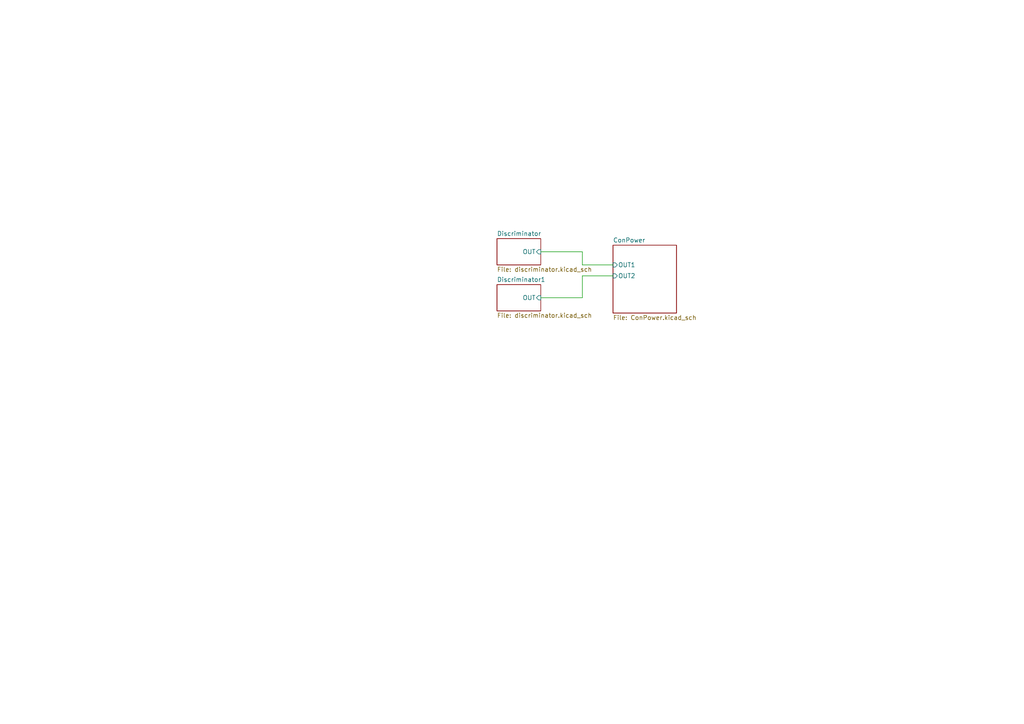
<source format=kicad_sch>
(kicad_sch (version 20211123) (generator eeschema)
  (paper "A4")
  (lib_symbols)
  (wire (pts (xy 156.845 73.025) (xy 168.91 73.025)))
  (wire (pts (xy 168.91 76.835) (xy 177.8 76.835)))
  (wire (pts (xy 168.91 86.36) (xy 168.91 80.01)))
  (wire (pts (xy 168.91 73.025) (xy 168.91 76.835)))
  (wire (pts (xy 156.845 86.36) (xy 168.91 86.36)))
  (wire (pts (xy 168.91 80.01) (xy 177.8 80.01)))
  (sheet (at 144.145 82.55) (size 12.7 7.62) (stroke (width 0.1524))
    (property "Sheet name" "Discriminator1" (at 144.145 81.8384 0) (effects (justify left bottom)))
    (property "Sheet file" "discriminator.kicad_sch" (at 144.145 90.7546 0) (effects (justify left top)))
    (pin "OUT" input (at 156.845 86.36 0))
  )
  (sheet (at 177.8 71.12) (size 18.415 19.685) (stroke (width 0.1524))
    (property "Sheet name" "ConPower" (at 177.8 70.4084 0) (effects (justify left bottom)))
    (property "Sheet file" "ConPower.kicad_sch" (at 177.8 91.3896 0) (effects (justify left top)))
    (pin "OUT2" input (at 177.8 80.01 180))
    (pin "OUT1" input (at 177.8 76.835 180))
  )
  (sheet (at 144.145 69.215) (size 12.7 7.62) (stroke (width 0.1524))
    (property "Sheet name" "Discriminator" (at 144.145 68.5034 0) (effects (justify left bottom)))
    (property "Sheet file" "discriminator.kicad_sch" (at 144.145 77.4196 0) (effects (justify left top)))
    (pin "OUT" input (at 156.845 73.025 0))
  )
)
</source>
